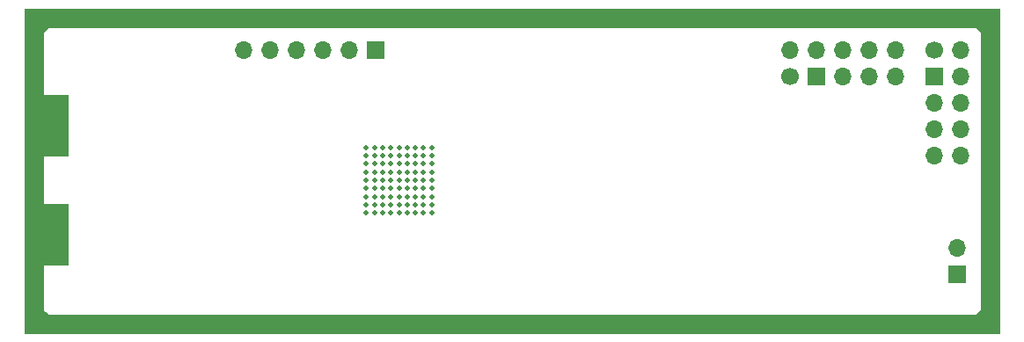
<source format=gbs>
G04 #@! TF.GenerationSoftware,KiCad,Pcbnew,8.0.3*
G04 #@! TF.CreationDate,2024-06-24T09:54:46+02:00*
G04 #@! TF.ProjectId,Phase Amplitude Detector,50686173-6520-4416-9d70-6c6974756465,rev?*
G04 #@! TF.SameCoordinates,Original*
G04 #@! TF.FileFunction,Soldermask,Bot*
G04 #@! TF.FilePolarity,Negative*
%FSLAX46Y46*%
G04 Gerber Fmt 4.6, Leading zero omitted, Abs format (unit mm)*
G04 Created by KiCad (PCBNEW 8.0.3) date 2024-06-24 09:54:46*
%MOMM*%
%LPD*%
G01*
G04 APERTURE LIST*
%ADD10C,0.100000*%
%ADD11R,4.000000X6.000000*%
%ADD12R,1.700000X1.700000*%
%ADD13O,1.700000X1.700000*%
%ADD14C,0.500000*%
%ADD15C,1.700000*%
G04 APERTURE END LIST*
D10*
X60243839Y-47488840D02*
X150993839Y-47488840D01*
X150993839Y-78738840D01*
X57243839Y-78738840D01*
X57243839Y-49738840D01*
X58993839Y-49738840D01*
X58993839Y-76488840D01*
X59493839Y-76988840D01*
X148743839Y-76988840D01*
X149243839Y-76488840D01*
X149243839Y-49738840D01*
X148743839Y-49238840D01*
X60243839Y-49238840D01*
X59493839Y-49238840D01*
X58993839Y-49738840D01*
X57243839Y-49738840D01*
X57243839Y-47488840D01*
X60243839Y-47488840D01*
G36*
X60243839Y-47488840D02*
G01*
X150993839Y-47488840D01*
X150993839Y-78738840D01*
X57243839Y-78738840D01*
X57243839Y-49738840D01*
X58993839Y-49738840D01*
X58993839Y-76488840D01*
X59493839Y-76988840D01*
X148743839Y-76988840D01*
X149243839Y-76488840D01*
X149243839Y-49738840D01*
X148743839Y-49238840D01*
X60243839Y-49238840D01*
X59493839Y-49238840D01*
X58993839Y-49738840D01*
X57243839Y-49738840D01*
X57243839Y-47488840D01*
X60243839Y-47488840D01*
G37*
D11*
X59500000Y-69238840D03*
D12*
X146993839Y-73013840D03*
D13*
X146993839Y-70473840D03*
D14*
X96393439Y-60839240D03*
X95606039Y-60839240D03*
X94818639Y-60839240D03*
X94031239Y-60839240D03*
X93243839Y-60839240D03*
X92456439Y-60839240D03*
X91669039Y-60839240D03*
X90881639Y-60839240D03*
X90094239Y-60839240D03*
X96393439Y-61626640D03*
X95606039Y-61626640D03*
X94818639Y-61626640D03*
X94031239Y-61626640D03*
X93243839Y-61626640D03*
X92456439Y-61626640D03*
X91669039Y-61626640D03*
X90881639Y-61626640D03*
X90094239Y-61626640D03*
X96393439Y-62414040D03*
X95606039Y-62414040D03*
X94818639Y-62414040D03*
X94031239Y-62414040D03*
X93243839Y-62414040D03*
X92456439Y-62414040D03*
X91669039Y-62414040D03*
X90881639Y-62414040D03*
X90094239Y-62414040D03*
X96393439Y-63201440D03*
X95606039Y-63201440D03*
X94818639Y-63201440D03*
X94031239Y-63201440D03*
X93243839Y-63201440D03*
X92456439Y-63201440D03*
X91669039Y-63201440D03*
X90881639Y-63201440D03*
X90094239Y-63201440D03*
X96393439Y-63988840D03*
X95606039Y-63988840D03*
X94818639Y-63988840D03*
X94031239Y-63988840D03*
X93243839Y-63988840D03*
X92456439Y-63988840D03*
X91669039Y-63988840D03*
X90881639Y-63988840D03*
X90094239Y-63988840D03*
X96393439Y-64776240D03*
X95606039Y-64776240D03*
X94818639Y-64776240D03*
X94031239Y-64776240D03*
X93243839Y-64776240D03*
X92456439Y-64776240D03*
X91669039Y-64776240D03*
X90881639Y-64776240D03*
X90094239Y-64776240D03*
X96393439Y-65563640D03*
X95606039Y-65563640D03*
X94818639Y-65563640D03*
X94031239Y-65563640D03*
X93243839Y-65563640D03*
X92456439Y-65563640D03*
X91669039Y-65563640D03*
X90881639Y-65563640D03*
X90094239Y-65563640D03*
X96393439Y-66351040D03*
X95606039Y-66351040D03*
X94818639Y-66351040D03*
X94031239Y-66351040D03*
X93243839Y-66351040D03*
X92456439Y-66351040D03*
X91669039Y-66351040D03*
X90881639Y-66351040D03*
X90094239Y-66351040D03*
X96393439Y-67138440D03*
X95606039Y-67138440D03*
X94818639Y-67138440D03*
X94031239Y-67138440D03*
X93243839Y-67138440D03*
X92456439Y-67138440D03*
X91669039Y-67138440D03*
X90881639Y-67138440D03*
X90094239Y-67138440D03*
D15*
X144743839Y-51488840D03*
D13*
X147283839Y-51488840D03*
D12*
X144743839Y-54028840D03*
D13*
X147283839Y-54028840D03*
X144743839Y-56568840D03*
X147283839Y-56568840D03*
X144743839Y-59108840D03*
X147283839Y-59108840D03*
X144743839Y-61648840D03*
X147283839Y-61648840D03*
D15*
X130918839Y-53988840D03*
D13*
X130918839Y-51448840D03*
D12*
X133458839Y-53988840D03*
D13*
X133458839Y-51448840D03*
X135998839Y-53988840D03*
X135998839Y-51448840D03*
X138538839Y-53988840D03*
X138538839Y-51448840D03*
X141078839Y-53988840D03*
X141078839Y-51448840D03*
D12*
X90993839Y-51488840D03*
D13*
X88453839Y-51488840D03*
X85913839Y-51488840D03*
X83373839Y-51488840D03*
X80833839Y-51488840D03*
X78293839Y-51488840D03*
D11*
X59500000Y-58738840D03*
M02*

</source>
